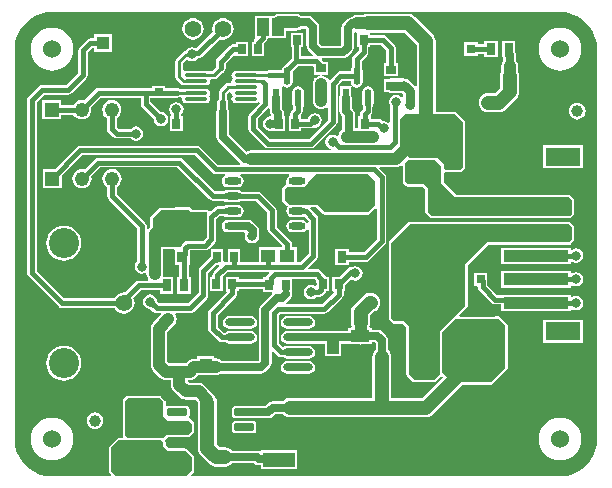
<source format=gtl>
G04*
G04 #@! TF.GenerationSoftware,Altium Limited,Altium Designer,24.10.1 (45)*
G04*
G04 Layer_Physical_Order=1*
G04 Layer_Color=255*
%FSLAX44Y44*%
%MOMM*%
G71*
G04*
G04 #@! TF.SameCoordinates,6B000D5F-9EDF-4335-955B-AE7D421AE8B7*
G04*
G04*
G04 #@! TF.FilePolarity,Positive*
G04*
G01*
G75*
%ADD16R,0.7000X0.7000*%
G04:AMPARAMS|DCode=17|XSize=1.0043mm|YSize=3.1821mm|CornerRadius=0.4369mm|HoleSize=0mm|Usage=FLASHONLY|Rotation=90.000|XOffset=0mm|YOffset=0mm|HoleType=Round|Shape=RoundedRectangle|*
%AMROUNDEDRECTD17*
21,1,1.0043,2.3084,0,0,90.0*
21,1,0.1306,3.1821,0,0,90.0*
1,1,0.8737,1.1542,0.0653*
1,1,0.8737,1.1542,-0.0653*
1,1,0.8737,-1.1542,-0.0653*
1,1,0.8737,-1.1542,0.0653*
%
%ADD17ROUNDEDRECTD17*%
G04:AMPARAMS|DCode=18|XSize=1.0043mm|YSize=0.8721mm|CornerRadius=0.4361mm|HoleSize=0mm|Usage=FLASHONLY|Rotation=90.000|XOffset=0mm|YOffset=0mm|HoleType=Round|Shape=RoundedRectangle|*
%AMROUNDEDRECTD18*
21,1,1.0043,0.0000,0,0,90.0*
21,1,0.1322,0.8721,0,0,90.0*
1,1,0.8721,0.0000,0.0661*
1,1,0.8721,0.0000,-0.0661*
1,1,0.8721,0.0000,-0.0661*
1,1,0.8721,0.0000,0.0661*
%
%ADD18ROUNDEDRECTD18*%
%ADD19R,0.8721X1.0043*%
%ADD21R,1.0121X1.2084*%
%ADD22R,1.6000X1.0000*%
%ADD23R,0.6500X0.9000*%
%ADD25R,3.0000X1.6000*%
%ADD26R,5.5000X1.0000*%
%ADD28R,0.6587X0.8121*%
%ADD30R,2.7000X1.2000*%
%ADD31R,0.9000X0.8000*%
%ADD32R,0.8000X0.9000*%
%ADD33R,1.2084X1.0121*%
%ADD37R,0.8578X0.8621*%
%ADD38R,0.7500X1.0000*%
%ADD39R,1.5500X1.5500*%
%ADD40R,0.8121X0.6587*%
%ADD41R,0.5780X1.5242*%
G04:AMPARAMS|DCode=42|XSize=1.5242mm|YSize=0.578mm|CornerRadius=0.289mm|HoleSize=0mm|Usage=FLASHONLY|Rotation=90.000|XOffset=0mm|YOffset=0mm|HoleType=Round|Shape=RoundedRectangle|*
%AMROUNDEDRECTD42*
21,1,1.5242,0.0000,0,0,90.0*
21,1,0.9463,0.5780,0,0,90.0*
1,1,0.5780,0.0000,0.4731*
1,1,0.5780,0.0000,-0.4731*
1,1,0.5780,0.0000,-0.4731*
1,1,0.5780,0.0000,0.4731*
%
%ADD42ROUNDEDRECTD42*%
%ADD43R,0.8000X0.8000*%
%ADD54C,1.0000*%
%ADD55R,1.0000X1.5240*%
%ADD56O,2.0000X0.2800*%
G04:AMPARAMS|DCode=57|XSize=0.65mm|YSize=1.65mm|CornerRadius=0.0488mm|HoleSize=0mm|Usage=FLASHONLY|Rotation=90.000|XOffset=0mm|YOffset=0mm|HoleType=Round|Shape=RoundedRectangle|*
%AMROUNDEDRECTD57*
21,1,0.6500,1.5525,0,0,90.0*
21,1,0.5525,1.6500,0,0,90.0*
1,1,0.0975,0.7763,0.2763*
1,1,0.0975,0.7763,-0.2763*
1,1,0.0975,-0.7763,-0.2763*
1,1,0.0975,-0.7763,0.2763*
%
%ADD57ROUNDEDRECTD57*%
%ADD58R,2.2000X1.1000*%
%ADD59R,1.1000X1.1000*%
%ADD60O,1.4500X0.6000*%
%ADD61O,2.5000X0.7000*%
%ADD62C,0.6500*%
%ADD63C,1.0000*%
%ADD64C,0.4000*%
%ADD65C,1.2000*%
%ADD66C,0.8000*%
%ADD67C,0.5000*%
%ADD68C,0.2540*%
%ADD69C,2.5500*%
%ADD70R,1.4000X1.4000*%
%ADD71C,1.4000*%
%ADD72R,1.2180X1.2180*%
%ADD73C,1.2180*%
%ADD74R,1.4000X1.4000*%
%ADD75C,1.5240*%
%ADD76C,0.8000*%
G36*
X469959Y396310D02*
X474796Y395149D01*
X479392Y393246D01*
X483633Y390646D01*
X487416Y387416D01*
X490646Y383633D01*
X493246Y379392D01*
X495149Y374796D01*
X496310Y369959D01*
X496691Y365125D01*
X496666Y365000D01*
Y35000D01*
X496691Y34875D01*
X496310Y30041D01*
X495149Y25204D01*
X493246Y20608D01*
X490646Y16367D01*
X487416Y12584D01*
X483633Y9354D01*
X479392Y6754D01*
X474796Y4851D01*
X469959Y3690D01*
X465125Y3309D01*
X465000Y3334D01*
X153127Y3334D01*
X152641Y4507D01*
X154692Y6558D01*
X154692Y6558D01*
X155134Y7220D01*
X155289Y8000D01*
Y19500D01*
X155134Y20280D01*
X154692Y20942D01*
X149192Y26442D01*
X148530Y26884D01*
X147750Y27039D01*
X133845D01*
X131289Y29595D01*
Y32000D01*
X131134Y32780D01*
X130692Y33442D01*
X130692Y33443D01*
X131157Y34773D01*
X133095Y36711D01*
X150750Y36711D01*
X151530Y36866D01*
X152192Y37308D01*
X154942Y40058D01*
X154942Y40058D01*
X155384Y40720D01*
X155539Y41500D01*
Y47500D01*
X155384Y48280D01*
X154942Y48942D01*
X154942Y48942D01*
X151942Y51942D01*
X151531Y52217D01*
X151427Y52363D01*
X151178Y53217D01*
X151118Y53711D01*
X151356Y54067D01*
X151549Y55037D01*
Y60563D01*
X151356Y61533D01*
X150806Y62356D01*
X149983Y62906D01*
X149012Y63099D01*
X133488D01*
X132559Y62914D01*
X132513Y62908D01*
X131289Y63613D01*
Y66094D01*
X131213Y66476D01*
X131139Y66861D01*
X131135Y66867D01*
X131134Y66874D01*
X130917Y67199D01*
X130702Y67526D01*
X127529Y70744D01*
X127206Y70963D01*
X126883Y71185D01*
X126876Y71187D01*
X126870Y71191D01*
X126486Y71270D01*
X126105Y71351D01*
X100095Y71718D01*
X100092Y71717D01*
X100088Y71718D01*
X99698Y71644D01*
X99313Y71573D01*
X99310Y71571D01*
X99306Y71571D01*
X97847Y70985D01*
X97844Y70982D01*
X97841Y70982D01*
X97511Y70765D01*
X97181Y70550D01*
X97179Y70546D01*
X97176Y70545D01*
X95318Y68713D01*
X95314Y68706D01*
X95308Y68702D01*
X95091Y68377D01*
X94872Y68054D01*
X94870Y68047D01*
X94866Y68041D01*
X94790Y67658D01*
X94711Y67275D01*
X94712Y67268D01*
X94711Y67260D01*
Y38000D01*
X94866Y37220D01*
X94973Y37059D01*
X94347Y35789D01*
X91250D01*
X90470Y35634D01*
X89808Y35192D01*
X83808Y29192D01*
X83366Y28530D01*
X83211Y27750D01*
Y7500D01*
X83211Y7500D01*
X83366Y6720D01*
X83808Y6058D01*
X83808Y6058D01*
X85359Y4507D01*
X84873Y3334D01*
X36263D01*
X36251Y3334D01*
X35000Y3334D01*
X33756Y3397D01*
X30041Y3690D01*
X25204Y4851D01*
X20608Y6754D01*
X16367Y9354D01*
X12584Y12584D01*
X9354Y16367D01*
X6754Y20608D01*
X4851Y25204D01*
X3690Y30041D01*
X3309Y34875D01*
X3334Y35000D01*
Y365000D01*
X3309Y365125D01*
X3690Y369959D01*
X4851Y374796D01*
X6754Y379392D01*
X9354Y383633D01*
X12584Y387416D01*
X16367Y390646D01*
X20608Y393246D01*
X25204Y395149D01*
X30041Y396310D01*
X34875Y396691D01*
X35000Y396666D01*
X465000Y396666D01*
X465125Y396691D01*
X469959Y396310D01*
D02*
G37*
G36*
X126077Y69312D02*
X129250Y66094D01*
Y54500D01*
X133250Y50500D01*
X150500Y50500D01*
X153500Y47500D01*
Y41500D01*
X150750Y38750D01*
X132250Y38750D01*
X129250Y35750D01*
X99000D01*
X96750Y38000D01*
Y67260D01*
X98608Y69092D01*
X100066Y69679D01*
X126077Y69312D01*
D02*
G37*
G36*
X99000Y33711D02*
X127539D01*
X129250Y32000D01*
Y28750D01*
X133000Y25000D01*
X147750D01*
X153250Y19500D01*
Y8000D01*
X148750Y3500D01*
X89250D01*
X85250Y7500D01*
Y27750D01*
X91250Y33750D01*
X98803D01*
X99000Y33711D01*
D02*
G37*
%LPC*%
G36*
X85500Y377750D02*
X70500D01*
Y374328D01*
X67500D01*
X67500Y374328D01*
X65939Y374018D01*
X64616Y373134D01*
X58366Y366884D01*
X57482Y365561D01*
X57172Y364000D01*
X57172Y364000D01*
Y344689D01*
X47061Y334578D01*
X26250D01*
X26250Y334578D01*
X24689Y334268D01*
X23366Y333384D01*
X23366Y333384D01*
X15116Y325134D01*
X14232Y323811D01*
X13922Y322250D01*
X13922Y322250D01*
Y175500D01*
X13922Y175500D01*
X14232Y173939D01*
X15116Y172616D01*
X40616Y147116D01*
X40616Y147116D01*
X41939Y146232D01*
X43500Y145922D01*
X43500Y145922D01*
X87748D01*
X87939Y145461D01*
X89381Y143581D01*
X91261Y142139D01*
X93451Y141232D01*
X95800Y140922D01*
X98150Y141232D01*
X100339Y142139D01*
X102219Y143581D01*
X103662Y145461D01*
X104569Y147651D01*
X104878Y150000D01*
X104569Y152350D01*
X103677Y154502D01*
X110096Y160922D01*
X126250D01*
Y158000D01*
X137750D01*
Y172000D01*
X129642D01*
X128865Y173270D01*
X129060Y174750D01*
Y181729D01*
X129000Y182190D01*
Y195461D01*
X137775D01*
X138983Y195310D01*
Y182689D01*
X142922D01*
Y172000D01*
X141250D01*
Y158000D01*
X152750D01*
Y172000D01*
X151078D01*
Y182689D01*
X151561D01*
Y190895D01*
X151639Y191289D01*
Y194569D01*
X164647D01*
X164647Y194569D01*
X166208Y194879D01*
X167531Y195763D01*
X172884Y201116D01*
X172884Y201116D01*
X173768Y202439D01*
X174078Y204000D01*
X174078Y204000D01*
Y221061D01*
X176939Y223922D01*
X180854D01*
X181799Y223290D01*
X183750Y222902D01*
X192250D01*
X194201Y223290D01*
X195855Y224395D01*
X196960Y226049D01*
X197348Y228000D01*
X196960Y229951D01*
X195855Y231605D01*
X194201Y232710D01*
X192250Y233098D01*
X183750D01*
X181799Y232710D01*
X180854Y232078D01*
X175250D01*
X173689Y231768D01*
X172366Y230884D01*
X172366Y230884D01*
X169192Y227710D01*
X168745Y227732D01*
X167715Y228029D01*
X167442Y228437D01*
X166780Y228879D01*
X166000Y229035D01*
X153745D01*
X153604Y229245D01*
X153381Y229579D01*
X153379Y229580D01*
X153377Y229582D01*
X152477Y230478D01*
X152475Y230480D01*
X152473Y230482D01*
X152142Y230701D01*
X151814Y230918D01*
X151811Y230919D01*
X151809Y230920D01*
X151423Y230995D01*
X151033Y231071D01*
X151031Y231071D01*
X151028Y231071D01*
X126862Y230942D01*
X126472Y230863D01*
X126088Y230785D01*
X126085Y230784D01*
X126083Y230783D01*
X125749Y230557D01*
X125427Y230341D01*
X125423Y230337D01*
X125423Y230337D01*
X125423Y230337D01*
X118804Y223683D01*
X118586Y223354D01*
X118366Y223025D01*
X118365Y223022D01*
X118364Y223020D01*
X118287Y222630D01*
X118211Y222245D01*
Y214588D01*
X116947Y213324D01*
X116598Y212870D01*
X115328Y213301D01*
Y215000D01*
X115328Y215000D01*
X115018Y216561D01*
X114134Y217884D01*
X89978Y242040D01*
Y248183D01*
X89980Y248183D01*
X91670Y249480D01*
X92966Y251170D01*
X93782Y253138D01*
X94060Y255250D01*
X93782Y257362D01*
X92966Y259330D01*
X91670Y261020D01*
X89980Y262316D01*
X88012Y263132D01*
X85900Y263410D01*
X83788Y263132D01*
X81820Y262316D01*
X80130Y261020D01*
X78833Y259330D01*
X78018Y257362D01*
X77740Y255250D01*
X78018Y253138D01*
X78833Y251170D01*
X80130Y249480D01*
X81820Y248183D01*
X81821Y248183D01*
Y240350D01*
X81821Y240350D01*
X82132Y238789D01*
X83016Y237466D01*
X107172Y213311D01*
Y185677D01*
X106642Y185323D01*
X105316Y183339D01*
X104850Y180998D01*
X105316Y178657D01*
X106642Y176672D01*
X108627Y175346D01*
X110968Y174880D01*
X113309Y175346D01*
X113820Y175687D01*
X114940Y175088D01*
Y174750D01*
X115180Y172923D01*
X115885Y171220D01*
X116554Y170348D01*
X115928Y169078D01*
X108407D01*
X108407Y169078D01*
X106846Y168768D01*
X105523Y167884D01*
X96610Y158971D01*
X95800Y159078D01*
X93451Y158768D01*
X91261Y157862D01*
X89381Y156419D01*
X87939Y154539D01*
X87748Y154079D01*
X45189D01*
X22078Y177189D01*
Y320561D01*
X27939Y326422D01*
X48750D01*
X48750Y326422D01*
X50311Y326732D01*
X51634Y327616D01*
X64134Y340116D01*
X64134Y340116D01*
X65018Y341439D01*
X65328Y343000D01*
Y362311D01*
X69189Y366172D01*
X70500D01*
Y362750D01*
X85500D01*
Y377750D01*
D02*
G37*
G36*
X179730Y391348D02*
X177381Y391038D01*
X175191Y390131D01*
X173311Y388689D01*
X171869Y386809D01*
X170962Y384619D01*
X170652Y382270D01*
X170962Y379921D01*
X171152Y379460D01*
X157286Y365594D01*
X157051D01*
X155841Y366402D01*
X153500Y366867D01*
X151159Y366402D01*
X149174Y365076D01*
X148100Y363468D01*
X146867Y363223D01*
X145785Y362500D01*
X140393Y357108D01*
X139670Y356026D01*
X139416Y354750D01*
Y341750D01*
X139670Y340474D01*
X140393Y339393D01*
X144055Y335730D01*
X145136Y335008D01*
X146412Y334754D01*
X147291D01*
X148400Y334533D01*
X165600D01*
X166927Y334797D01*
X168051Y335549D01*
X168803Y336673D01*
X169067Y338000D01*
X168988Y338396D01*
X169987Y339666D01*
X172250D01*
X173526Y339920D01*
X174608Y340643D01*
X178795Y344830D01*
X179561Y344982D01*
X180884Y345866D01*
X181768Y347189D01*
X182078Y348750D01*
Y352811D01*
X189170Y359902D01*
X190440Y359376D01*
Y358939D01*
X201027D01*
Y371060D01*
X190440D01*
Y369078D01*
X188500D01*
X188500Y369078D01*
X186939Y368768D01*
X185616Y367884D01*
X175116Y357384D01*
X174232Y356061D01*
X173922Y354500D01*
X173922Y354500D01*
Y349387D01*
X170869Y346334D01*
X166266D01*
X165600Y346467D01*
X148400D01*
X147354Y346259D01*
X146084Y346953D01*
Y353369D01*
X149142Y356427D01*
X149174Y356424D01*
X151159Y355098D01*
X153500Y354632D01*
X155841Y355098D01*
X157826Y356424D01*
X158503Y357437D01*
X158975D01*
X158975Y357437D01*
X160536Y357747D01*
X161859Y358632D01*
X176920Y373692D01*
X177381Y373502D01*
X179730Y373192D01*
X182080Y373502D01*
X184269Y374408D01*
X186149Y375851D01*
X187591Y377731D01*
X188498Y379921D01*
X188808Y382270D01*
X188498Y384619D01*
X187591Y386809D01*
X186149Y388689D01*
X184269Y390131D01*
X182080Y391038D01*
X179730Y391348D01*
D02*
G37*
G36*
X154355D02*
X152006Y391038D01*
X149816Y390131D01*
X147936Y388689D01*
X146494Y386809D01*
X145587Y384619D01*
X145277Y382270D01*
X145587Y379921D01*
X146494Y377731D01*
X147936Y375851D01*
X149816Y374408D01*
X152006Y373502D01*
X154355Y373192D01*
X156705Y373502D01*
X158894Y374408D01*
X160774Y375851D01*
X162216Y377731D01*
X163123Y379921D01*
X163433Y382270D01*
X163123Y384619D01*
X162216Y386809D01*
X160774Y388689D01*
X158894Y390131D01*
X156705Y391038D01*
X154355Y391348D01*
D02*
G37*
G36*
X412250Y372000D02*
X400750D01*
Y369078D01*
X396000D01*
Y371000D01*
X384000D01*
Y359000D01*
X396000D01*
Y360922D01*
X400750D01*
Y358000D01*
X412250D01*
Y372000D01*
D02*
G37*
G36*
X336750Y394819D02*
X302250D01*
X300162Y394544D01*
X298390Y393810D01*
X293250D01*
X291423Y393570D01*
X289720Y392864D01*
X288618Y392019D01*
X286992Y391695D01*
X285256Y390535D01*
X281491Y386771D01*
X280331Y385034D01*
X279924Y382986D01*
Y373395D01*
X279836Y372956D01*
Y368525D01*
X279164Y367853D01*
X263467D01*
X261164Y370157D01*
Y372956D01*
X261120Y373176D01*
Y383942D01*
X260713Y385991D01*
X259552Y387727D01*
X255744Y391535D01*
X254008Y392695D01*
X251959Y393103D01*
X245773D01*
X244780Y393865D01*
X243077Y394570D01*
X241250Y394810D01*
X227500D01*
X225673Y394570D01*
X223970Y393865D01*
X223325Y393370D01*
X206500D01*
Y374130D01*
X206500Y374130D01*
X206366Y372916D01*
X205732Y371968D01*
X205552Y371060D01*
X203974D01*
Y358939D01*
X214561D01*
Y369700D01*
X216384Y371523D01*
X216384Y371523D01*
X217268Y372846D01*
X217523Y374130D01*
X233000D01*
Y380690D01*
X241250D01*
X243077Y380930D01*
X244780Y381636D01*
X245773Y382397D01*
X249742D01*
X250414Y381725D01*
Y373000D01*
X250458Y372781D01*
Y367939D01*
X250474Y367860D01*
Y366939D01*
X250657D01*
X250865Y365891D01*
X252026Y364154D01*
X255928Y360252D01*
X255442Y359079D01*
X246078D01*
Y366939D01*
X247527D01*
Y379061D01*
X236939D01*
Y366939D01*
X237921D01*
Y356690D01*
X232687Y351456D01*
X232092Y351337D01*
X230475Y350257D01*
X229394Y348639D01*
X229083Y347078D01*
X218750D01*
X217189Y346768D01*
X216540Y346334D01*
X208266D01*
X207600Y346467D01*
X190400D01*
X189073Y346203D01*
X187949Y345451D01*
X187197Y344327D01*
X186933Y343000D01*
X187197Y341674D01*
X187288Y341537D01*
X187919Y340500D01*
X187288Y339463D01*
X187197Y339326D01*
X186933Y338000D01*
X187012Y337604D01*
X186012Y336334D01*
X184238D01*
X182962Y336080D01*
X181880Y335358D01*
X177143Y330620D01*
X176420Y329538D01*
X176166Y328262D01*
Y322991D01*
X175261Y321637D01*
X174912Y319881D01*
Y314083D01*
X174555Y313548D01*
X174147Y311500D01*
Y291000D01*
X174555Y288951D01*
X175715Y287215D01*
X194314Y268616D01*
X194147Y267493D01*
X194102Y267346D01*
X175172D01*
X160384Y282134D01*
X159061Y283018D01*
X157500Y283328D01*
X157500Y283328D01*
X59100D01*
X57539Y283018D01*
X56216Y282134D01*
X56216Y282134D01*
X37422Y263340D01*
X27010D01*
Y247160D01*
X43190D01*
Y257572D01*
X60789Y275172D01*
X155811D01*
X170598Y260384D01*
X171922Y259500D01*
X173482Y259189D01*
X173482Y259189D01*
X181212D01*
X181514Y257919D01*
X180145Y257005D01*
X179040Y255351D01*
X178652Y253400D01*
X179040Y251449D01*
X180145Y249795D01*
X181799Y248690D01*
X183750Y248302D01*
X192250D01*
X194201Y248690D01*
X195855Y249795D01*
X196960Y251449D01*
X197348Y253400D01*
X196960Y255351D01*
X195855Y257005D01*
X194486Y257919D01*
X194788Y259189D01*
X235712D01*
X236014Y257919D01*
X234645Y257005D01*
X233540Y255351D01*
X233152Y253400D01*
X233524Y251530D01*
X233526Y251418D01*
X232977Y250151D01*
X232915Y250098D01*
X232308Y249692D01*
X232308Y249692D01*
X230558Y247942D01*
X230116Y247280D01*
X229961Y246500D01*
Y237100D01*
X229961Y237100D01*
X230116Y236320D01*
X230558Y235658D01*
X233786Y232431D01*
X234408Y231808D01*
X233960Y230580D01*
X233540Y229951D01*
X233152Y228000D01*
X233540Y226049D01*
X234645Y224395D01*
X236299Y223290D01*
X238250Y222902D01*
X246750D01*
X248694Y223289D01*
X252172Y219811D01*
Y218472D01*
X250902Y218086D01*
X250355Y218905D01*
X248701Y220010D01*
X246750Y220398D01*
X238250D01*
X236299Y220010D01*
X234645Y218905D01*
X233540Y217251D01*
X233152Y215300D01*
X233540Y213349D01*
X234645Y211695D01*
X236299Y210590D01*
X238250Y210202D01*
X246750D01*
X248701Y210590D01*
X250355Y211695D01*
X250902Y212514D01*
X252172Y212129D01*
Y191939D01*
X245154Y184921D01*
X242310D01*
Y197311D01*
X238347D01*
Y199731D01*
X238347Y199732D01*
X238036Y201292D01*
X237152Y202615D01*
X237152Y202615D01*
X225328Y214439D01*
Y228500D01*
X225018Y230061D01*
X224134Y231384D01*
X224134Y231384D01*
X212316Y243201D01*
X210993Y244085D01*
X209433Y244396D01*
X209433Y244396D01*
X195719D01*
X194201Y245410D01*
X192250Y245798D01*
X183750D01*
X181799Y245410D01*
X180854Y244778D01*
X172739D01*
X145634Y271884D01*
X144311Y272768D01*
X142750Y273078D01*
X142750Y273078D01*
X74250D01*
X72689Y272768D01*
X71366Y271884D01*
X71366Y271884D01*
X62613Y263131D01*
X62612Y263132D01*
X60500Y263410D01*
X58388Y263132D01*
X56420Y262316D01*
X54730Y261020D01*
X53433Y259330D01*
X52618Y257362D01*
X52340Y255250D01*
X52618Y253138D01*
X53433Y251170D01*
X54730Y249480D01*
X56420Y248183D01*
X58388Y247368D01*
X60500Y247090D01*
X62612Y247368D01*
X64580Y248183D01*
X66270Y249480D01*
X67566Y251170D01*
X68382Y253138D01*
X68660Y255250D01*
X68382Y257362D01*
X68381Y257363D01*
X75939Y264922D01*
X141061D01*
X168166Y237816D01*
X168166Y237816D01*
X169489Y236932D01*
X171050Y236622D01*
X171050Y236622D01*
X180854D01*
X181799Y235990D01*
X183750Y235602D01*
X192250D01*
X194201Y235990D01*
X194573Y236239D01*
X207743D01*
X217172Y226811D01*
Y212750D01*
X217172Y212750D01*
X217482Y211189D01*
X218366Y209866D01*
X229652Y198581D01*
X229125Y197311D01*
X210189D01*
Y184921D01*
X194500D01*
Y195500D01*
X184000D01*
Y184921D01*
X182093D01*
X181270Y184758D01*
X180000Y185667D01*
Y195500D01*
X169500D01*
Y189473D01*
X169366Y189384D01*
X160366Y180384D01*
X159482Y179061D01*
X159172Y177500D01*
X159172Y177500D01*
Y158439D01*
X150561Y149828D01*
X125189D01*
X124059Y150958D01*
X124117Y151250D01*
X123652Y153591D01*
X122326Y155576D01*
X120341Y156902D01*
X118000Y157367D01*
X115659Y156902D01*
X113674Y155576D01*
X112348Y153591D01*
X111882Y151250D01*
X112348Y148909D01*
X113674Y146924D01*
X115659Y145598D01*
X118000Y145133D01*
X118292Y145190D01*
X120616Y142866D01*
X120616Y142866D01*
X121939Y141982D01*
X123500Y141672D01*
X123500Y141672D01*
X126891D01*
X127417Y140402D01*
X120508Y133492D01*
X119385Y132030D01*
X118680Y130327D01*
X118440Y128500D01*
Y97858D01*
X118680Y96030D01*
X119385Y94327D01*
X120508Y92865D01*
X126365Y87007D01*
X127828Y85885D01*
X129530Y85180D01*
X131358Y84939D01*
X135440D01*
Y81000D01*
X135680Y79173D01*
X136385Y77470D01*
X137507Y76007D01*
X143258Y70258D01*
X144720Y69135D01*
X146423Y68430D01*
X148250Y68190D01*
X156326D01*
X158470Y66045D01*
X158431Y65750D01*
Y26730D01*
X158706Y24641D01*
X159512Y22695D01*
X160794Y21024D01*
X167824Y13994D01*
X169495Y12712D01*
X171441Y11906D01*
X173529Y11631D01*
X181750D01*
X183838Y11906D01*
X185784Y12712D01*
X187456Y13994D01*
X187726Y14347D01*
X206083D01*
X206215Y14215D01*
X207952Y13055D01*
X210000Y12647D01*
X211750D01*
Y9250D01*
X242750D01*
Y25250D01*
X211750D01*
Y25056D01*
X210630Y24457D01*
X210348Y24645D01*
X208300Y25053D01*
X187726D01*
X187456Y25406D01*
X185784Y26688D01*
X183838Y27494D01*
X181750Y27769D01*
X176872D01*
X174569Y30072D01*
Y65750D01*
X174294Y67838D01*
X173488Y69784D01*
X173161Y70210D01*
X172614Y71530D01*
X171492Y72992D01*
X164242Y80242D01*
X162780Y81364D01*
X161077Y82070D01*
X159250Y82310D01*
X151174D01*
X149815Y83669D01*
X150176Y84939D01*
X151500D01*
X151959Y85000D01*
X152000D01*
Y85005D01*
X153327Y85180D01*
X155030Y85885D01*
X156492Y87007D01*
X158383Y88898D01*
X164939D01*
X165398Y88958D01*
X172061D01*
Y89190D01*
X174000D01*
X175827Y89430D01*
X177530Y90135D01*
X177827Y90364D01*
X183498D01*
X185261Y90013D01*
X203261D01*
X205023Y90364D01*
X211942D01*
X213991Y90771D01*
X215727Y91931D01*
X219535Y95739D01*
X220695Y97476D01*
X221103Y99524D01*
Y108970D01*
X222276Y109456D01*
X226118Y105614D01*
X226118Y105614D01*
X227442Y104730D01*
X229002Y104419D01*
X229002Y104419D01*
X230252D01*
X230295Y104356D01*
X232114Y103140D01*
X234260Y102713D01*
X252260D01*
X254406Y103140D01*
X256226Y104356D01*
X257441Y106175D01*
X257868Y108321D01*
X257441Y110467D01*
X256226Y112286D01*
X254406Y113502D01*
X252260Y113929D01*
X234260D01*
X232114Y113502D01*
X230729Y112576D01*
X230692D01*
X227328Y115939D01*
Y139811D01*
X228439Y140922D01*
X265500D01*
X265500Y140922D01*
X267061Y141232D01*
X268384Y142116D01*
X280651Y154383D01*
X280651Y154383D01*
X281535Y155707D01*
X281846Y157267D01*
Y159939D01*
X283061D01*
Y165561D01*
X288054Y170554D01*
X289485Y169598D01*
X291826Y169132D01*
X294167Y169598D01*
X296152Y170924D01*
X297478Y172909D01*
X297943Y175250D01*
X297478Y177591D01*
X296152Y179576D01*
X294167Y180902D01*
X291826Y181367D01*
X289485Y180902D01*
X289345Y180808D01*
X289243Y180828D01*
X288482D01*
X286922Y180518D01*
X285599Y179634D01*
X285599Y179634D01*
X278026Y172061D01*
X272474D01*
Y159939D01*
X272996D01*
X273402Y158670D01*
X263811Y149078D01*
X233496D01*
X233111Y150348D01*
X233285Y150465D01*
X237035Y154215D01*
X238195Y155951D01*
X238603Y158000D01*
X238382Y159107D01*
X238500Y159250D01*
X238500D01*
Y170672D01*
X257311D01*
X258861Y169121D01*
Y167294D01*
X258861Y167294D01*
X258940Y166900D01*
Y165101D01*
X257995Y164566D01*
X257591Y164501D01*
X256591Y165169D01*
X254250Y165635D01*
X251909Y165169D01*
X249924Y163843D01*
X248598Y161858D01*
X248132Y159517D01*
X248598Y157176D01*
X249924Y155192D01*
X251909Y153865D01*
X254250Y153400D01*
X256591Y153865D01*
X258195Y154937D01*
X260596D01*
X260596Y154937D01*
X262157Y155247D01*
X263480Y156131D01*
X265823Y158475D01*
X265823Y158475D01*
X266707Y159798D01*
X266736Y159939D01*
X269527D01*
Y172061D01*
X266769D01*
X266707Y172371D01*
X265823Y173694D01*
X261884Y177634D01*
X260561Y178518D01*
X259000Y178828D01*
X259000Y178828D01*
X252255D01*
X251769Y180002D01*
X259134Y187366D01*
X259134Y187366D01*
X260018Y188689D01*
X260328Y190250D01*
X260328Y190250D01*
Y221500D01*
X260328Y221500D01*
X260018Y223061D01*
X259134Y224384D01*
X259134Y224384D01*
X253577Y229941D01*
X254103Y231211D01*
X258905D01*
X264516Y225600D01*
X265178Y225158D01*
X265958Y225003D01*
X278944D01*
X279061Y224979D01*
X302269D01*
X302269Y224979D01*
X303049Y225135D01*
X303710Y225577D01*
X303711Y225577D01*
X308652Y230518D01*
X309922Y229992D01*
Y204189D01*
X298811Y193078D01*
X286250D01*
Y196000D01*
X274750D01*
Y182000D01*
X286250D01*
Y184921D01*
X300500D01*
X300500Y184921D01*
X302061Y185232D01*
X303384Y186116D01*
X316884Y199616D01*
X316884Y199616D01*
X317768Y200939D01*
X318078Y202500D01*
Y256500D01*
X318078Y256500D01*
X317768Y258061D01*
X316884Y259384D01*
X312234Y264034D01*
X312720Y265207D01*
X326518D01*
X328345Y265448D01*
X330048Y266153D01*
X330691Y266647D01*
X331961Y266020D01*
Y253000D01*
X331961Y253000D01*
X332116Y252220D01*
X332558Y251558D01*
X334808Y249308D01*
X334808Y249308D01*
X335470Y248866D01*
X336250Y248711D01*
X348905D01*
X351211Y246405D01*
Y227500D01*
X351211Y227500D01*
X351366Y226720D01*
X351808Y226058D01*
X351808Y226058D01*
X355308Y222558D01*
X355308Y222558D01*
X355970Y222116D01*
X356750Y221961D01*
X473250D01*
X474030Y222116D01*
X474692Y222558D01*
X476442Y224308D01*
X476884Y224970D01*
X477039Y225750D01*
Y237250D01*
X477039Y237250D01*
X476884Y238030D01*
X476442Y238692D01*
X476442Y238692D01*
X473942Y241192D01*
X473280Y241634D01*
X472500Y241789D01*
X377095D01*
X366539Y252345D01*
Y260127D01*
X367681Y260842D01*
X367809Y260848D01*
X368500Y260711D01*
X380500D01*
X380500Y260711D01*
X381280Y260866D01*
X381942Y261308D01*
X381942Y261308D01*
X384192Y263558D01*
X384634Y264219D01*
X384789Y265000D01*
X384789Y285000D01*
Y290659D01*
X384750Y290856D01*
Y291057D01*
X384712Y291250D01*
X384750Y291443D01*
Y291644D01*
X384789Y291841D01*
Y303250D01*
X384634Y304030D01*
X384192Y304692D01*
X384192Y304692D01*
X377442Y311442D01*
X376780Y311884D01*
X376000Y312039D01*
X359819D01*
Y371750D01*
X359544Y373839D01*
X358738Y375785D01*
X357455Y377456D01*
X342456Y392456D01*
X340784Y393738D01*
X338838Y394544D01*
X336750Y394819D01*
D02*
G37*
G36*
X465000Y383087D02*
X461471Y382740D01*
X458078Y381710D01*
X454951Y380039D01*
X452210Y377789D01*
X449961Y375049D01*
X448290Y371922D01*
X447260Y368529D01*
X446913Y365000D01*
X447260Y361471D01*
X448290Y358078D01*
X449961Y354951D01*
X452210Y352211D01*
X454951Y349961D01*
X458078Y348290D01*
X461471Y347261D01*
X465000Y346913D01*
X468529Y347261D01*
X471922Y348290D01*
X475048Y349961D01*
X477789Y352211D01*
X480039Y354951D01*
X481710Y358078D01*
X482739Y361471D01*
X483087Y365000D01*
X482739Y368529D01*
X481710Y371922D01*
X480039Y375049D01*
X477789Y377789D01*
X475048Y380039D01*
X471922Y381710D01*
X468529Y382740D01*
X465000Y383087D01*
D02*
G37*
G36*
X35000D02*
X31472Y382740D01*
X28079Y381710D01*
X24952Y380039D01*
X22211Y377789D01*
X19961Y375049D01*
X18290Y371922D01*
X17261Y368529D01*
X16913Y365000D01*
X17261Y361471D01*
X18290Y358078D01*
X19961Y354951D01*
X22211Y352211D01*
X24952Y349961D01*
X28079Y348290D01*
X31472Y347261D01*
X35000Y346913D01*
X38529Y347261D01*
X41922Y348290D01*
X45049Y349961D01*
X47790Y352211D01*
X50039Y354951D01*
X51711Y358078D01*
X52740Y361471D01*
X53087Y365000D01*
X52740Y368529D01*
X51711Y371922D01*
X50039Y375049D01*
X47790Y377789D01*
X45049Y380039D01*
X41922Y381710D01*
X38529Y382740D01*
X35000Y383087D01*
D02*
G37*
G36*
X130750Y334250D02*
X119750D01*
Y332078D01*
X74500D01*
X74500Y332078D01*
X72939Y331768D01*
X71616Y330884D01*
X71616Y330884D01*
X62364Y321631D01*
X62362Y321632D01*
X60250Y321910D01*
X58138Y321632D01*
X56170Y320817D01*
X54480Y319520D01*
X53184Y317830D01*
X53183Y317828D01*
X42940D01*
Y321840D01*
X26760D01*
Y305660D01*
X42940D01*
Y309672D01*
X53183D01*
X53184Y309670D01*
X54480Y307980D01*
X56170Y306684D01*
X58138Y305868D01*
X60250Y305590D01*
X62362Y305868D01*
X64330Y306684D01*
X66020Y307980D01*
X67317Y309670D01*
X68132Y311638D01*
X68410Y313750D01*
X68132Y315862D01*
X68131Y315864D01*
X76189Y323922D01*
X110172D01*
Y318750D01*
X110172Y318750D01*
X110482Y317189D01*
X111366Y315866D01*
X121191Y306042D01*
X121132Y305750D01*
X121598Y303409D01*
X122924Y301424D01*
X124909Y300098D01*
X127250Y299632D01*
X129591Y300098D01*
X131576Y301424D01*
X132902Y303409D01*
X133368Y305750D01*
X132902Y308091D01*
X131576Y310076D01*
X129591Y311402D01*
X127250Y311868D01*
X126958Y311810D01*
X118328Y320439D01*
Y323922D01*
X119750D01*
Y323250D01*
X130750D01*
Y323922D01*
X135000D01*
X135000Y323922D01*
X135001Y323922D01*
X141250D01*
X142811Y324232D01*
X143460Y324666D01*
X144013D01*
X145012Y323396D01*
X144933Y323000D01*
X145197Y321674D01*
X145949Y320549D01*
X147073Y319797D01*
X148400Y319534D01*
X165600D01*
X166927Y319797D01*
X168051Y320549D01*
X168803Y321674D01*
X169067Y323000D01*
X168803Y324327D01*
X168712Y324463D01*
X168081Y325500D01*
X168712Y326537D01*
X168803Y326673D01*
X169067Y328000D01*
X168803Y329327D01*
X168051Y330451D01*
X166927Y331203D01*
X165600Y331466D01*
X148400D01*
X147734Y331334D01*
X143460D01*
X142811Y331768D01*
X141250Y332078D01*
X135000D01*
X134999Y332078D01*
X130750D01*
Y334250D01*
D02*
G37*
G36*
X427250Y372000D02*
X415750D01*
Y358000D01*
X417147D01*
Y355023D01*
X416385Y354030D01*
X415680Y352327D01*
X415440Y350500D01*
Y345860D01*
X414706Y344089D01*
X414431Y342000D01*
Y332092D01*
X410158Y327819D01*
X404250D01*
X402162Y327544D01*
X400215Y326738D01*
X398544Y325456D01*
X397262Y323784D01*
X396456Y321838D01*
X396181Y319750D01*
X396456Y317662D01*
X397262Y315716D01*
X398544Y314044D01*
X400215Y312762D01*
X402162Y311956D01*
X404250Y311681D01*
X413500D01*
X415588Y311956D01*
X417534Y312762D01*
X419206Y314044D01*
X428206Y323044D01*
X429488Y324715D01*
X430294Y326662D01*
X430569Y328750D01*
Y342000D01*
X430294Y344089D01*
X429560Y345860D01*
Y350500D01*
X429320Y352327D01*
X428615Y354030D01*
X427853Y355023D01*
Y359846D01*
X427445Y361894D01*
X427353Y362033D01*
Y364500D01*
X427250Y365017D01*
Y372000D01*
D02*
G37*
G36*
X479750Y319560D02*
X477923Y319320D01*
X476220Y318615D01*
X474757Y317493D01*
X473635Y316030D01*
X472930Y314327D01*
X472690Y312500D01*
X472930Y310673D01*
X473635Y308970D01*
X474757Y307508D01*
X476220Y306385D01*
X477923Y305680D01*
X479750Y305440D01*
X481577Y305680D01*
X483280Y306385D01*
X484742Y307508D01*
X485864Y308970D01*
X486570Y310673D01*
X486810Y312500D01*
X486570Y314327D01*
X485864Y316030D01*
X484742Y317493D01*
X483280Y318615D01*
X481577Y319320D01*
X479750Y319560D01*
D02*
G37*
G36*
X140250Y320117D02*
X137909Y319652D01*
X135924Y318326D01*
X134598Y316341D01*
X134132Y314000D01*
X134598Y311659D01*
X135924Y309674D01*
X136154Y309520D01*
Y308060D01*
X134939D01*
Y295939D01*
X145527D01*
Y308060D01*
X144311D01*
Y309498D01*
X144576Y309674D01*
X145902Y311659D01*
X146368Y314000D01*
X145902Y316341D01*
X144576Y318326D01*
X142591Y319652D01*
X140250Y320117D01*
D02*
G37*
G36*
X85650Y321910D02*
X83538Y321632D01*
X81570Y320817D01*
X79880Y319520D01*
X78584Y317830D01*
X77768Y315862D01*
X77490Y313750D01*
X77768Y311638D01*
X78584Y309670D01*
X79880Y307980D01*
X81570Y306684D01*
X81572Y306683D01*
Y297466D01*
X81572Y297466D01*
X81882Y295905D01*
X82766Y294582D01*
X86732Y290616D01*
X86732Y290616D01*
X88055Y289732D01*
X89616Y289422D01*
X101509D01*
X101674Y289174D01*
X103659Y287848D01*
X106000Y287383D01*
X108341Y287848D01*
X110326Y289174D01*
X111652Y291159D01*
X112118Y293500D01*
X111652Y295841D01*
X110326Y297826D01*
X108341Y299152D01*
X106000Y299618D01*
X103659Y299152D01*
X101674Y297826D01*
X101509Y297578D01*
X91305D01*
X89728Y299155D01*
Y306683D01*
X89730Y306684D01*
X91420Y307980D01*
X92717Y309670D01*
X93532Y311638D01*
X93810Y313750D01*
X93532Y315862D01*
X92717Y317830D01*
X91420Y319520D01*
X89730Y320817D01*
X87762Y321632D01*
X85650Y321910D01*
D02*
G37*
G36*
X484500Y284000D02*
X450500D01*
Y264000D01*
X484500D01*
Y284000D01*
D02*
G37*
G36*
X159000Y240097D02*
X157439Y239787D01*
X156116Y238902D01*
X155232Y237579D01*
X154922Y236019D01*
Y235037D01*
X155232Y233477D01*
X156116Y232153D01*
X157439Y231269D01*
X159000Y230959D01*
X160561Y231269D01*
X161884Y232153D01*
X162768Y233477D01*
X163078Y235037D01*
Y236019D01*
X162768Y237579D01*
X161884Y238902D01*
X160561Y239787D01*
X159000Y240097D01*
D02*
G37*
G36*
X201250Y220653D02*
X188000D01*
X186719Y220398D01*
X183750D01*
X181799Y220010D01*
X180145Y218905D01*
X179040Y217251D01*
X178652Y215300D01*
X179040Y213349D01*
X180145Y211695D01*
X181799Y210590D01*
X183750Y210202D01*
X186719D01*
X188000Y209947D01*
X197828D01*
X198121Y209630D01*
X198653Y208677D01*
X198249Y206647D01*
X198715Y204306D01*
X200041Y202321D01*
X202025Y200995D01*
X204366Y200530D01*
X206708Y200995D01*
X208692Y202321D01*
X210018Y204306D01*
X210484Y206647D01*
X210338Y207384D01*
Y211565D01*
X209930Y213614D01*
X208770Y215350D01*
X205035Y219085D01*
X203299Y220245D01*
X201250Y220653D01*
D02*
G37*
G36*
X338000Y219039D02*
X337220Y218884D01*
X336558Y218442D01*
X320558Y202442D01*
X320558Y202442D01*
X320116Y201780D01*
X319961Y201000D01*
X319961Y137500D01*
X320116Y136720D01*
X320558Y136058D01*
X320558Y136058D01*
X323308Y133308D01*
X323308Y133308D01*
X323970Y132866D01*
X324750Y132711D01*
X332155D01*
X334979Y129887D01*
Y101060D01*
X335003Y100942D01*
Y89708D01*
X335003Y89708D01*
X335158Y88927D01*
X335600Y88266D01*
X340058Y83808D01*
X340720Y83366D01*
X341500Y83211D01*
X358750D01*
X358750Y83211D01*
X359530Y83366D01*
X360192Y83808D01*
X360192Y83808D01*
X364692Y88308D01*
X364692Y88308D01*
X365480Y88386D01*
X366352Y87514D01*
X348408Y69569D01*
X322319D01*
Y104250D01*
X322044Y106338D01*
X321238Y108285D01*
X319956Y109956D01*
X319603Y110226D01*
Y118424D01*
X319195Y120473D01*
X318035Y122209D01*
X314227Y126017D01*
X312491Y127177D01*
X310442Y127585D01*
X306000D01*
Y129000D01*
X304505D01*
X303657Y130270D01*
X304026Y131162D01*
X304301Y133250D01*
Y139389D01*
X307991Y143080D01*
X309035Y143512D01*
X310706Y144794D01*
X311988Y146466D01*
X312794Y148412D01*
X313069Y150500D01*
X312794Y152588D01*
X311988Y154535D01*
X310706Y156206D01*
X309035Y157488D01*
X307088Y158294D01*
X305000Y158569D01*
X304000D01*
X301912Y158294D01*
X299965Y157488D01*
X298294Y156206D01*
X290526Y148437D01*
X289244Y146766D01*
X288438Y144820D01*
X288163Y142732D01*
Y133250D01*
X288438Y131162D01*
X288807Y130270D01*
X287958Y129000D01*
X286000D01*
Y126374D01*
X253542D01*
X252260Y126629D01*
X234260D01*
X232114Y126202D01*
X230295Y124986D01*
X229079Y123167D01*
X228653Y121021D01*
X229079Y118875D01*
X230295Y117056D01*
X232114Y115840D01*
X234260Y115413D01*
X252260D01*
X253542Y115668D01*
X265939D01*
Y104977D01*
X280060D01*
Y115668D01*
X286000D01*
Y115000D01*
X295541D01*
X296000Y114940D01*
X296232D01*
X296690Y115000D01*
X306000D01*
Y116879D01*
X308225D01*
X308897Y116207D01*
Y110226D01*
X308544Y109956D01*
X307262Y108285D01*
X306456Y106338D01*
X306181Y104250D01*
Y69569D01*
X236250D01*
X234162Y69294D01*
X232215Y68488D01*
X230544Y67206D01*
X230274Y66853D01*
X221750D01*
X219701Y66445D01*
X217965Y65285D01*
X215833Y63153D01*
X197750D01*
X197478Y63099D01*
X189988D01*
X189017Y62906D01*
X188194Y62356D01*
X187644Y61533D01*
X187451Y60563D01*
Y55037D01*
X187644Y54067D01*
X188194Y53244D01*
X189017Y52694D01*
X189988Y52501D01*
X197478D01*
X197750Y52447D01*
X218050D01*
X220098Y52855D01*
X221835Y54015D01*
X223967Y56147D01*
X230274D01*
X230544Y55794D01*
X232215Y54512D01*
X234162Y53706D01*
X236250Y53431D01*
X351750D01*
X353838Y53706D01*
X355784Y54512D01*
X357456Y55794D01*
X382622Y80961D01*
X406500D01*
X407280Y81116D01*
X407942Y81558D01*
X420192Y93808D01*
X420634Y94470D01*
X420789Y95250D01*
Y131063D01*
X420787Y131073D01*
X420789Y131083D01*
X420710Y131462D01*
X420634Y131844D01*
X420628Y131852D01*
X420626Y131862D01*
X420408Y132181D01*
X420192Y132505D01*
X420183Y132511D01*
X420178Y132519D01*
X414492Y138094D01*
X414483Y138100D01*
X414478Y138108D01*
X414151Y138317D01*
X413826Y138530D01*
X413816Y138532D01*
X413808Y138537D01*
X413426Y138605D01*
X413044Y138677D01*
X413034Y138675D01*
X413024Y138677D01*
X407284Y138564D01*
X407206Y138547D01*
X407128Y138555D01*
X406963Y138539D01*
X405061D01*
X404943Y138516D01*
X391057D01*
X390940Y138539D01*
X380332D01*
X379846Y139712D01*
X386192Y146058D01*
X386634Y146720D01*
X386789Y147500D01*
Y182405D01*
X403844Y199461D01*
X472750D01*
X472750Y199461D01*
X473530Y199616D01*
X474192Y200058D01*
X474192Y200058D01*
X476442Y202308D01*
X476884Y202970D01*
X477039Y203750D01*
Y214250D01*
X477039Y214250D01*
X476884Y215030D01*
X476442Y215692D01*
X476442Y215692D01*
X473692Y218442D01*
X473030Y218884D01*
X472250Y219039D01*
X338000D01*
X338000Y219039D01*
D02*
G37*
G36*
X45000Y215621D02*
X42109Y215337D01*
X39328Y214493D01*
X36766Y213124D01*
X34520Y211280D01*
X32677Y209034D01*
X31307Y206472D01*
X30464Y203692D01*
X30179Y200800D01*
X30464Y197909D01*
X31307Y195128D01*
X32677Y192566D01*
X34520Y190320D01*
X36766Y188477D01*
X39328Y187107D01*
X42109Y186264D01*
X45000Y185979D01*
X47892Y186264D01*
X50672Y187107D01*
X53235Y188477D01*
X55480Y190320D01*
X57324Y192566D01*
X58693Y195128D01*
X59537Y197909D01*
X59822Y200800D01*
X59537Y203692D01*
X58693Y206472D01*
X57324Y209034D01*
X55480Y211280D01*
X53235Y213124D01*
X50672Y214493D01*
X47892Y215337D01*
X45000Y215621D01*
D02*
G37*
G36*
X474500Y197000D02*
X415500D01*
Y183000D01*
X474500D01*
Y184527D01*
X475620Y185125D01*
X476409Y184598D01*
X478750Y184132D01*
X481091Y184598D01*
X483076Y185924D01*
X484402Y187909D01*
X484868Y190250D01*
X484402Y192591D01*
X483076Y194576D01*
X481091Y195902D01*
X478750Y196367D01*
X476409Y195902D01*
X475620Y195375D01*
X474500Y195973D01*
Y197000D01*
D02*
G37*
G36*
Y177000D02*
X415500D01*
Y163000D01*
X474500D01*
Y164527D01*
X475620Y165125D01*
X476409Y164598D01*
X478750Y164132D01*
X481091Y164598D01*
X483076Y165924D01*
X484402Y167909D01*
X484868Y170250D01*
X484402Y172591D01*
X483076Y174576D01*
X481091Y175902D01*
X478750Y176367D01*
X476409Y175902D01*
X475620Y175375D01*
X474500Y175973D01*
Y177000D01*
D02*
G37*
G36*
X403500Y175500D02*
X392500D01*
Y164500D01*
X394511D01*
X395422Y163750D01*
X395732Y162189D01*
X396616Y160866D01*
X407366Y150116D01*
X407366Y150116D01*
X408689Y149232D01*
X410250Y148922D01*
X415500D01*
Y143000D01*
X474500D01*
Y144527D01*
X475620Y145125D01*
X476409Y144598D01*
X478750Y144132D01*
X481091Y144598D01*
X483076Y145924D01*
X484402Y147909D01*
X484868Y150250D01*
X484402Y152591D01*
X483076Y154576D01*
X481091Y155902D01*
X478750Y156368D01*
X476409Y155902D01*
X475620Y155375D01*
X474500Y155973D01*
Y157000D01*
X442393D01*
X442000Y157078D01*
X442000Y157078D01*
X411939D01*
X403578Y165439D01*
Y168500D01*
X403500Y168894D01*
Y175500D01*
D02*
G37*
G36*
X252260Y139329D02*
X234260D01*
X232114Y138902D01*
X230295Y137686D01*
X229079Y135867D01*
X228653Y133721D01*
X229079Y131575D01*
X230295Y129756D01*
X232114Y128540D01*
X234260Y128113D01*
X252260D01*
X254406Y128540D01*
X256226Y129756D01*
X257441Y131575D01*
X257868Y133721D01*
X257441Y135867D01*
X256226Y137686D01*
X254406Y138902D01*
X252260Y139329D01*
D02*
G37*
G36*
X484500Y136000D02*
X450500D01*
Y116000D01*
X484500D01*
Y136000D01*
D02*
G37*
G36*
X252260Y101229D02*
X234260D01*
X232114Y100802D01*
X230295Y99586D01*
X229079Y97767D01*
X228653Y95621D01*
X229079Y93475D01*
X230295Y91656D01*
X232114Y90440D01*
X234260Y90013D01*
X252260D01*
X254406Y90440D01*
X256226Y91656D01*
X257441Y93475D01*
X257868Y95621D01*
X257441Y97767D01*
X256226Y99586D01*
X254406Y100802D01*
X252260Y101229D01*
D02*
G37*
G36*
X296000Y96078D02*
X294439Y95768D01*
X293116Y94884D01*
X292232Y93560D01*
X291922Y92000D01*
X292232Y90439D01*
X293116Y89116D01*
X294439Y88232D01*
X296000Y87921D01*
X297561Y88232D01*
X298884Y89116D01*
X299768Y90439D01*
X300078Y92000D01*
X299768Y93560D01*
X298884Y94884D01*
X297561Y95768D01*
X296000Y96078D01*
D02*
G37*
G36*
X45000Y114022D02*
X42109Y113737D01*
X39328Y112893D01*
X36766Y111524D01*
X34520Y109680D01*
X32677Y107434D01*
X31307Y104872D01*
X30464Y102092D01*
X30179Y99200D01*
X30464Y96309D01*
X31307Y93528D01*
X32677Y90966D01*
X34520Y88720D01*
X36766Y86877D01*
X39328Y85507D01*
X42109Y84663D01*
X45000Y84379D01*
X47892Y84663D01*
X50672Y85507D01*
X53235Y86877D01*
X55480Y88720D01*
X57324Y90966D01*
X58693Y93528D01*
X59537Y96309D01*
X59822Y99200D01*
X59537Y102092D01*
X58693Y104872D01*
X57324Y107434D01*
X55480Y109680D01*
X53235Y111524D01*
X50672Y112893D01*
X47892Y113737D01*
X45000Y114022D01*
D02*
G37*
G36*
X71500Y57560D02*
X69673Y57320D01*
X67970Y56614D01*
X66508Y55492D01*
X65385Y54030D01*
X64680Y52327D01*
X64440Y50500D01*
X64680Y48673D01*
X65385Y46970D01*
X66508Y45508D01*
X67970Y44385D01*
X69673Y43680D01*
X71500Y43440D01*
X73327Y43680D01*
X75030Y44385D01*
X76493Y45508D01*
X77614Y46970D01*
X78320Y48673D01*
X78560Y50500D01*
X78320Y52327D01*
X77614Y54030D01*
X76493Y55492D01*
X75030Y56614D01*
X73327Y57320D01*
X71500Y57560D01*
D02*
G37*
G36*
X205513Y50399D02*
X189988D01*
X189017Y50206D01*
X188194Y49656D01*
X187644Y48833D01*
X187451Y47863D01*
Y42337D01*
X187644Y41367D01*
X188194Y40544D01*
X189017Y39994D01*
X189988Y39801D01*
X205513D01*
X206483Y39994D01*
X207306Y40544D01*
X207856Y41367D01*
X208049Y42337D01*
Y47863D01*
X207856Y48833D01*
X207306Y49656D01*
X206483Y50206D01*
X205513Y50399D01*
D02*
G37*
G36*
X465000Y53087D02*
X461471Y52740D01*
X458078Y51711D01*
X454951Y50039D01*
X452210Y47790D01*
X449961Y45049D01*
X448290Y41922D01*
X447260Y38529D01*
X446913Y35000D01*
X447260Y31472D01*
X448290Y28079D01*
X449961Y24952D01*
X452210Y22211D01*
X454951Y19961D01*
X458078Y18290D01*
X461471Y17261D01*
X465000Y16913D01*
X468529Y17261D01*
X471922Y18290D01*
X475048Y19961D01*
X477789Y22211D01*
X480039Y24952D01*
X481710Y28079D01*
X482739Y31472D01*
X483087Y35000D01*
X482739Y38529D01*
X481710Y41922D01*
X480039Y45049D01*
X477789Y47790D01*
X475048Y50039D01*
X471922Y51711D01*
X468529Y52740D01*
X465000Y53087D01*
D02*
G37*
G36*
X35000D02*
X31472Y52740D01*
X28079Y51711D01*
X24952Y50039D01*
X22211Y47790D01*
X19961Y45049D01*
X18290Y41922D01*
X17261Y38529D01*
X16913Y35000D01*
X17261Y31472D01*
X18290Y28079D01*
X19961Y24952D01*
X22211Y22211D01*
X24952Y19961D01*
X28079Y18290D01*
X31472Y17261D01*
X35000Y16913D01*
X38529Y17261D01*
X41922Y18290D01*
X45049Y19961D01*
X47790Y22211D01*
X50039Y24952D01*
X51711Y28079D01*
X52740Y31472D01*
X53087Y35000D01*
X52740Y38529D01*
X51711Y41922D01*
X50039Y45049D01*
X47790Y47790D01*
X45049Y50039D01*
X41922Y51711D01*
X38529Y52740D01*
X35000Y53087D01*
D02*
G37*
%LPD*%
G36*
X151939Y228137D02*
Y226995D01*
X166000D01*
Y223144D01*
X165922Y222750D01*
X165922Y222750D01*
Y205921D01*
X162726Y202726D01*
X149904D01*
X148343Y202415D01*
X147020Y201531D01*
X147020Y201531D01*
X144677Y199188D01*
X143793Y197865D01*
X143720Y197500D01*
X124750D01*
X120250Y202000D01*
Y222245D01*
X126873Y228903D01*
X151039Y229032D01*
X151939Y228137D01*
D02*
G37*
G36*
X292505Y379788D02*
X293473Y379061D01*
Y366939D01*
X294689D01*
Y364206D01*
X290116Y359634D01*
X289232Y358311D01*
X288922Y356750D01*
X288922Y356750D01*
Y349531D01*
X288394Y348741D01*
X288014Y346833D01*
Y346180D01*
X279102D01*
X279102Y346180D01*
X277541Y345870D01*
X276218Y344986D01*
X270345Y339112D01*
X270317Y339104D01*
X269061Y339625D01*
Y340526D01*
X267600D01*
X266530Y341347D01*
X264828Y342053D01*
X263682Y342203D01*
X263766Y343473D01*
X269061D01*
Y354061D01*
X264739D01*
X264708Y354218D01*
X263823Y355541D01*
X263823Y355541D01*
X263391Y355974D01*
X263877Y357147D01*
X281382D01*
X283430Y357555D01*
X285167Y358715D01*
X288974Y362523D01*
X290135Y364259D01*
X290542Y366308D01*
Y372605D01*
X290629Y373044D01*
Y379033D01*
X291899Y379867D01*
X292505Y379788D01*
D02*
G37*
G36*
X343681Y368408D02*
Y334038D01*
X342411Y333804D01*
X337889Y338326D01*
X335905Y339652D01*
X334911Y339850D01*
X334858Y339885D01*
X332517Y340351D01*
X322000D01*
X319659Y339885D01*
X319123Y339527D01*
X315939D01*
Y334519D01*
X315882Y334233D01*
X315939Y333947D01*
Y328939D01*
X319123D01*
X319659Y328581D01*
X322000Y328116D01*
X330797D01*
X332132Y326780D01*
Y324859D01*
X330863Y324474D01*
X330790Y324583D01*
X328805Y325909D01*
X326464Y326374D01*
X324123Y325909D01*
X322138Y324583D01*
X320812Y322598D01*
X320347Y320257D01*
X320812Y317916D01*
X321196Y317342D01*
X320922Y315964D01*
X320922Y315964D01*
Y303573D01*
X319652Y302894D01*
X318651Y303563D01*
X316310Y304028D01*
X315116Y303791D01*
X314272Y304634D01*
X312949Y305518D01*
X311389Y305828D01*
X311388Y305828D01*
X305061D01*
Y308060D01*
X305061D01*
X304848Y309331D01*
X305043Y309525D01*
X305043Y309525D01*
X305927Y310849D01*
X306238Y312409D01*
X306238Y312409D01*
Y315959D01*
X307106Y317259D01*
X307486Y319167D01*
Y328629D01*
X307106Y330537D01*
X306025Y332155D01*
X304408Y333236D01*
X302500Y333615D01*
X300592Y333236D01*
X298974Y332155D01*
X297894Y330537D01*
X297514Y328629D01*
Y319167D01*
X297894Y317259D01*
X298081Y316979D01*
Y314098D01*
X296883Y312901D01*
X295999Y311578D01*
X295689Y310017D01*
X295689Y310017D01*
Y308060D01*
X294474D01*
Y298000D01*
X291542D01*
Y301781D01*
X291586Y302000D01*
Y310017D01*
X291178Y312065D01*
X290018Y313802D01*
X288853Y314967D01*
Y323898D01*
X288445Y325947D01*
X288390Y326030D01*
Y333183D01*
X289154Y333649D01*
X289544Y333799D01*
X291092Y332765D01*
X293000Y332385D01*
X294908Y332765D01*
X296526Y333845D01*
X297606Y335463D01*
X297986Y337371D01*
Y346833D01*
X297606Y348741D01*
X297078Y349531D01*
Y355061D01*
X301651Y359633D01*
X302535Y360956D01*
X302845Y362517D01*
X302845Y362517D01*
Y366939D01*
X304061D01*
Y368922D01*
X313561D01*
X317922Y364561D01*
Y353061D01*
X315939D01*
Y342474D01*
X328060D01*
Y353061D01*
X326078D01*
Y366250D01*
X325768Y367811D01*
X324884Y369134D01*
X324884Y369134D01*
X318134Y375884D01*
X316811Y376768D01*
X315250Y377078D01*
X315250Y377078D01*
X304061D01*
Y378681D01*
X333408D01*
X343681Y368408D01*
D02*
G37*
G36*
X256861Y350061D02*
X256940Y349666D01*
Y343473D01*
X262235D01*
X262318Y342203D01*
X261173Y342053D01*
X259470Y341347D01*
X258400Y340526D01*
X256940D01*
Y338833D01*
X256886Y338763D01*
X256180Y337060D01*
X255940Y335233D01*
Y321000D01*
X256180Y319173D01*
X256886Y317470D01*
X258008Y316008D01*
X259470Y314886D01*
X261173Y314180D01*
X263000Y313940D01*
X264828Y314180D01*
X266530Y314886D01*
X267402Y315554D01*
X268672Y314928D01*
Y305439D01*
X252311Y289078D01*
X219439D01*
X209328Y299189D01*
Y306311D01*
X217877Y314859D01*
X219147Y314333D01*
Y312656D01*
X219555Y310607D01*
X220521Y309160D01*
X220073Y308265D01*
X219802Y308008D01*
X219500Y308069D01*
X217159Y307603D01*
X215174Y306277D01*
X213848Y304292D01*
X213382Y301951D01*
X213848Y299610D01*
X215174Y297625D01*
X217159Y296299D01*
X219500Y295833D01*
X220669Y296066D01*
X221939Y295939D01*
X221939Y295939D01*
X221940Y295939D01*
X232526D01*
Y301702D01*
X232586Y302000D01*
X232526Y302298D01*
Y308060D01*
X231696D01*
Y310813D01*
X231288Y312861D01*
X230128Y314598D01*
X229853Y314873D01*
Y323796D01*
X229445Y325845D01*
X229390Y325928D01*
Y333081D01*
X230154Y333547D01*
X230544Y333697D01*
X232092Y332662D01*
X234000Y332283D01*
X235908Y332662D01*
X237526Y333743D01*
X238606Y335361D01*
X238986Y337269D01*
Y346219D01*
X243689Y350922D01*
X256026D01*
X256861Y350061D01*
D02*
G37*
G36*
X288014Y337371D02*
X288394Y335463D01*
X289018Y334529D01*
X288165Y333519D01*
X278610D01*
Y326030D01*
X278555Y325947D01*
X278147Y323898D01*
Y312750D01*
X278555Y310702D01*
X279715Y308965D01*
X280880Y307800D01*
Y302175D01*
X280837Y301956D01*
Y297012D01*
X279508Y295992D01*
X278386Y294530D01*
X277680Y292827D01*
X277552Y291851D01*
X276192Y291250D01*
X274841Y292152D01*
X272500Y292618D01*
X270159Y292152D01*
X268174Y290826D01*
X266848Y288841D01*
X266382Y286500D01*
X266848Y284159D01*
X268174Y282174D01*
X270159Y280848D01*
X271416Y280598D01*
X271290Y279328D01*
X203250D01*
X201423Y279088D01*
X199720Y278382D01*
X199702Y278368D01*
X184853Y293217D01*
Y311500D01*
X184445Y313548D01*
X184088Y314083D01*
Y319881D01*
X183739Y321637D01*
X182834Y322991D01*
Y326881D01*
X184975Y329022D01*
X185983Y328969D01*
X186933Y328000D01*
X187197Y326673D01*
X187288Y326537D01*
X187919Y325500D01*
X187288Y324463D01*
X187197Y324327D01*
X186933Y323000D01*
X187197Y321674D01*
X187949Y320549D01*
X189073Y319797D01*
X190400Y319534D01*
X207600D01*
X208927Y319797D01*
X209560Y320221D01*
X210896Y319835D01*
X210984Y319761D01*
X211036Y319554D01*
X202366Y310884D01*
X201482Y309561D01*
X201172Y308000D01*
X201172Y308000D01*
Y297500D01*
X201172Y297500D01*
X201482Y295939D01*
X202366Y294616D01*
X214866Y282116D01*
X214866Y282116D01*
X216189Y281232D01*
X217750Y280922D01*
X254000D01*
X254000Y280922D01*
X255561Y281232D01*
X256884Y282116D01*
X275634Y300866D01*
X276518Y302189D01*
X276828Y303750D01*
X276828Y303750D01*
Y334061D01*
X280791Y338024D01*
X288014D01*
Y337371D01*
D02*
G37*
G36*
X382750Y303250D02*
Y291841D01*
X382632Y291250D01*
X382750Y290659D01*
Y285000D01*
X382750Y265000D01*
X380500Y262750D01*
X368500D01*
X366750Y264500D01*
Y268000D01*
X361750Y273000D01*
X359197D01*
X359000Y273039D01*
X337711D01*
X329508Y281242D01*
Y305758D01*
X333750Y310000D01*
X376000D01*
X382750Y303250D01*
D02*
G37*
G36*
X308250Y253250D02*
Y233000D01*
X302269Y227019D01*
X279061D01*
Y227042D01*
X265958D01*
X259750Y233250D01*
X235850D01*
X232000Y237100D01*
Y246500D01*
X233750Y248250D01*
X247750D01*
X248063Y248563D01*
X248701Y248690D01*
X250355Y249795D01*
X251460Y251449D01*
X251587Y252087D01*
X258689Y259189D01*
X302311D01*
X308250Y253250D01*
D02*
G37*
G36*
X364500Y265500D02*
Y251500D01*
X376250Y239750D01*
X472500D01*
X475000Y237250D01*
Y225750D01*
X473250Y224000D01*
X356750D01*
X353250Y227500D01*
Y247250D01*
X349750Y250750D01*
X336250D01*
X334000Y253000D01*
Y269000D01*
X336000Y271000D01*
X359000D01*
X364500Y265500D01*
D02*
G37*
G36*
X176809Y181327D02*
X171777Y176295D01*
X170893Y174972D01*
X170583Y173411D01*
X170583Y173411D01*
Y172061D01*
X168939D01*
Y159939D01*
X179526D01*
Y172061D01*
X179526Y172061D01*
X179526D01*
X180102Y173084D01*
X183783Y176765D01*
X218431D01*
X218917Y175592D01*
X217116Y173791D01*
X216232Y172468D01*
X216189Y172250D01*
X213500D01*
Y170079D01*
X193060D01*
Y172061D01*
X182473D01*
Y159940D01*
X182473D01*
X182824Y159092D01*
X168366Y144634D01*
X167482Y143311D01*
X167172Y141750D01*
X167172Y141750D01*
Y128342D01*
X167172Y128342D01*
X167482Y126781D01*
X168366Y125458D01*
X175710Y118114D01*
X175710Y118114D01*
X177033Y117230D01*
X178594Y116920D01*
X178594Y116920D01*
X181499D01*
X183115Y115840D01*
X185261Y115413D01*
X203261D01*
X205407Y115840D01*
X207226Y117056D01*
X208442Y118875D01*
X208869Y121021D01*
X208442Y123167D01*
X207226Y124986D01*
X205407Y126202D01*
X203261Y126629D01*
X185261D01*
X183115Y126202D01*
X181430Y125076D01*
X180283D01*
X175328Y130031D01*
Y140061D01*
X190651Y155383D01*
X190651Y155383D01*
X191535Y156706D01*
X191845Y158267D01*
Y159939D01*
X193060D01*
Y161922D01*
X213500D01*
Y159250D01*
X221248D01*
X221646Y158215D01*
X221660Y157980D01*
X211965Y148285D01*
X210805Y146548D01*
X210397Y144500D01*
Y101741D01*
X209725Y101069D01*
X204061D01*
X203261Y101229D01*
X185261D01*
X184460Y101069D01*
X179125D01*
X178993Y101242D01*
X177530Y102365D01*
X175827Y103070D01*
X174000Y103310D01*
X172061D01*
Y105042D01*
X157939D01*
Y103019D01*
X155458D01*
X153631Y102778D01*
X151928Y102072D01*
X150466Y100950D01*
X148575Y99060D01*
X134282D01*
X132560Y100782D01*
Y125576D01*
X138492Y131508D01*
X139614Y132970D01*
X140320Y134673D01*
X140560Y136500D01*
X140320Y138327D01*
X139614Y140030D01*
X139330Y140402D01*
X139956Y141672D01*
X152250D01*
X152250Y141672D01*
X153811Y141982D01*
X155134Y142866D01*
X166134Y153866D01*
X167018Y155189D01*
X167328Y156750D01*
X167328Y156750D01*
Y175811D01*
X174018Y182500D01*
X176323D01*
X176809Y181327D01*
D02*
G37*
%LPC*%
G36*
X243500Y333513D02*
X241592Y333134D01*
X239975Y332053D01*
X238894Y330435D01*
X238514Y328527D01*
Y319065D01*
X238894Y317157D01*
X239172Y316741D01*
Y314439D01*
X237883Y313151D01*
X236999Y311828D01*
X236689Y310267D01*
X236689Y310267D01*
Y308060D01*
X235473D01*
Y295939D01*
X246061D01*
Y297922D01*
X253667D01*
X253668Y297922D01*
X255228Y298232D01*
X256211Y298889D01*
X257500Y298632D01*
X259841Y299098D01*
X261826Y300424D01*
X263152Y302409D01*
X263617Y304750D01*
X263152Y307091D01*
X261826Y309076D01*
X259841Y310402D01*
X257500Y310868D01*
X255159Y310402D01*
X253174Y309076D01*
X251848Y307091D01*
X251647Y306078D01*
X246061D01*
Y308060D01*
X246061D01*
X245598Y309331D01*
X246134Y309866D01*
X246134Y309866D01*
X247018Y311189D01*
X247328Y312750D01*
Y315993D01*
X248106Y317157D01*
X248486Y319065D01*
Y328527D01*
X248106Y330435D01*
X247026Y332053D01*
X245408Y333134D01*
X243500Y333513D01*
D02*
G37*
G36*
X203261Y139329D02*
X185261D01*
X183115Y138902D01*
X181295Y137686D01*
X180080Y135867D01*
X179653Y133721D01*
X180080Y131575D01*
X181295Y129756D01*
X183115Y128540D01*
X185261Y128113D01*
X203261D01*
X205407Y128540D01*
X207226Y129756D01*
X208442Y131575D01*
X208869Y133721D01*
X208442Y135867D01*
X207226Y137686D01*
X205407Y138902D01*
X203261Y139329D01*
D02*
G37*
G36*
X165000Y117116D02*
X163439Y116805D01*
X162116Y115921D01*
X161232Y114598D01*
X160921Y113038D01*
X161232Y111477D01*
X162116Y110154D01*
X162177Y110093D01*
X163500Y109209D01*
X165061Y108899D01*
X166621Y109209D01*
X167944Y110093D01*
X168828Y111416D01*
X169139Y112977D01*
X168828Y114538D01*
X167944Y115861D01*
X167884Y115921D01*
X166561Y116805D01*
X165000Y117116D01*
D02*
G37*
%LPD*%
G36*
X418750Y131063D02*
Y95250D01*
X406500Y83000D01*
X373750D01*
X365289Y91461D01*
Y125155D01*
X376634Y136500D01*
X390940D01*
Y136477D01*
X405061D01*
Y136500D01*
X407061D01*
X407324Y136525D01*
X413064Y136638D01*
X418750Y131063D01*
D02*
G37*
G36*
X475000Y214250D02*
Y203750D01*
X472750Y201500D01*
X403000D01*
X384750Y183250D01*
Y147500D01*
X363250Y126000D01*
Y89750D01*
X358750Y85250D01*
X341500D01*
X337042Y89708D01*
Y101060D01*
X337019D01*
Y130731D01*
X333000Y134750D01*
X324750D01*
X322000Y137500D01*
X322000Y201000D01*
X338000Y217000D01*
X472250D01*
X475000Y214250D01*
D02*
G37*
D16*
X398000Y184000D02*
D03*
Y170000D02*
D03*
X125250Y328750D02*
D03*
Y342750D02*
D03*
D17*
X350900Y179900D02*
D03*
D18*
X373800Y114000D02*
D03*
X350900D02*
D03*
D19*
X328000D02*
D03*
D21*
X159000Y235037D02*
D03*
Y219000D02*
D03*
X165000Y97000D02*
D03*
Y113038D02*
D03*
X398000Y128482D02*
D03*
Y144518D02*
D03*
X273000Y113019D02*
D03*
Y96981D02*
D03*
X272000Y235037D02*
D03*
Y219000D02*
D03*
D22*
X136000Y214000D02*
D03*
Y244000D02*
D03*
X296000Y122000D02*
D03*
Y92000D02*
D03*
X142000Y122000D02*
D03*
Y92000D02*
D03*
X295000Y244000D02*
D03*
Y214000D02*
D03*
D23*
X218750Y165750D02*
D03*
X233250D02*
D03*
X174750Y189000D02*
D03*
X189250D02*
D03*
D25*
X467500Y274000D02*
D03*
Y126000D02*
D03*
D26*
X445000Y250000D02*
D03*
Y230000D02*
D03*
Y210000D02*
D03*
Y190000D02*
D03*
Y170000D02*
D03*
Y150000D02*
D03*
D28*
X195733Y365000D02*
D03*
X209267D02*
D03*
X153767Y302000D02*
D03*
X140233D02*
D03*
X285233Y373000D02*
D03*
X298767D02*
D03*
X255767D02*
D03*
X242233D02*
D03*
X286233Y302000D02*
D03*
X299767D02*
D03*
X227233D02*
D03*
X240767D02*
D03*
X264233Y166000D02*
D03*
X277767D02*
D03*
X174233D02*
D03*
X187767D02*
D03*
D30*
X227250Y43250D02*
D03*
Y17250D02*
D03*
X112250Y17000D02*
D03*
Y43000D02*
D03*
D31*
X376250Y256500D02*
D03*
Y271500D02*
D03*
D32*
X359750Y236000D02*
D03*
X344750D02*
D03*
D33*
X345037Y94000D02*
D03*
X329000D02*
D03*
X218231Y190250D02*
D03*
X234268D02*
D03*
D37*
X145272Y189000D02*
D03*
X133228D02*
D03*
D38*
X147000Y165000D02*
D03*
X132000D02*
D03*
X265500Y189000D02*
D03*
X280500D02*
D03*
X421500Y365000D02*
D03*
X406500D02*
D03*
D39*
X351750Y280759D02*
D03*
Y263241D02*
D03*
D40*
X263000Y335233D02*
D03*
Y348767D02*
D03*
X322000Y334233D02*
D03*
Y347767D02*
D03*
D41*
X224500Y323796D02*
D03*
X283500Y323898D02*
D03*
D42*
X243500Y323796D02*
D03*
X234000Y342000D02*
D03*
X302500Y323898D02*
D03*
X293000Y342102D02*
D03*
D43*
X375000Y365000D02*
D03*
X390000D02*
D03*
D54*
X479750Y312500D02*
D03*
X71500Y50500D02*
D03*
D55*
X201000Y383750D02*
D03*
X213500D02*
D03*
X226000D02*
D03*
D56*
X199000Y323000D02*
D03*
Y328000D02*
D03*
Y333000D02*
D03*
Y338000D02*
D03*
Y343000D02*
D03*
X157000Y323000D02*
D03*
Y328000D02*
D03*
Y333000D02*
D03*
Y338000D02*
D03*
Y343000D02*
D03*
D57*
X197750Y19700D02*
D03*
Y32400D02*
D03*
Y45100D02*
D03*
Y57800D02*
D03*
X141250Y19700D02*
D03*
Y32400D02*
D03*
Y45100D02*
D03*
Y57800D02*
D03*
D58*
X93000Y355250D02*
D03*
Y385250D02*
D03*
D59*
X78000Y370250D02*
D03*
X108000D02*
D03*
D60*
X188000Y253400D02*
D03*
Y240700D02*
D03*
Y228000D02*
D03*
Y215300D02*
D03*
X242500Y253400D02*
D03*
Y240700D02*
D03*
Y228000D02*
D03*
Y215300D02*
D03*
D61*
X243260Y95621D02*
D03*
Y108321D02*
D03*
Y121021D02*
D03*
Y133721D02*
D03*
X194261Y95621D02*
D03*
Y108321D02*
D03*
Y121021D02*
D03*
Y133721D02*
D03*
D62*
X251959Y387750D02*
X255767Y383942D01*
Y373000D02*
Y383942D01*
X241250Y387750D02*
X251959D01*
X194356Y95716D02*
X211942D01*
X215750Y99524D01*
Y144500D01*
X225500Y154250D01*
X194261Y95621D02*
X194356Y95716D01*
X181750Y19700D02*
X197750D01*
X208300D01*
X225500Y154250D02*
X229500D01*
X233250Y158000D01*
X296232Y122232D02*
X310442D01*
X314250Y104250D02*
Y118424D01*
X310442Y122232D02*
X314250Y118424D01*
X273229Y113248D02*
Y121021D01*
X243260D02*
X273229D01*
X295021D01*
X296000Y122000D01*
X219500Y301951D02*
X219524Y301975D01*
X227208D01*
X227233Y302000D01*
X286189Y293095D02*
Y301956D01*
X284500Y291000D02*
Y291406D01*
X286189Y293095D01*
Y301956D02*
X286233Y302000D01*
X421500Y365000D02*
X422000Y364500D01*
Y360346D02*
X422500Y359846D01*
X422000Y360346D02*
Y364500D01*
X422500Y350500D02*
Y359846D01*
X255811Y367939D02*
Y372956D01*
Y367939D02*
X261250Y362500D01*
X281382D01*
X285233Y373000D02*
X285276Y373044D01*
X285189Y372956D02*
X285233Y373000D01*
X281382Y362500D02*
X285189Y366308D01*
Y372956D01*
X179500Y291000D02*
Y311500D01*
Y291000D02*
X198232Y272268D01*
X203250D01*
X285276Y373044D02*
Y382986D01*
X289041Y386750D01*
X293250D01*
X174000Y96250D02*
X174534Y95716D01*
X194165D02*
X194261Y95621D01*
X174534Y95716D02*
X194165D01*
X226500Y18000D02*
X227250Y17250D01*
X210000Y18000D02*
X226500D01*
X208300Y19700D02*
X210000Y18000D01*
X197750Y57800D02*
X218050D01*
X221750Y61500D01*
X236250D01*
X286233Y302000D02*
Y310017D01*
X204985Y207265D02*
Y211565D01*
X201250Y215300D02*
X204985Y211565D01*
X188000Y215300D02*
X201250D01*
X224500Y312656D02*
Y323796D01*
X226343Y302890D02*
Y310813D01*
X224500Y312656D02*
X226343Y310813D01*
X283500Y312750D02*
Y323898D01*
Y312750D02*
X286233Y310017D01*
D63*
X227500Y387750D02*
X241250D01*
X326518Y272268D02*
X333898Y279648D01*
X203250Y272268D02*
X326518D01*
X333898Y279648D02*
X350639D01*
X351750Y280759D01*
X286294Y290939D02*
X306439D01*
X306500Y291000D01*
X142500Y81000D02*
Y92000D01*
X125500Y97858D02*
Y128500D01*
X131358Y92000D02*
X142000D01*
X125500Y97858D02*
X131358Y92000D01*
X125500Y128500D02*
X133500Y136500D01*
X121939Y181790D02*
X122000Y181729D01*
Y174750D02*
Y181729D01*
X121939Y181790D02*
Y208332D01*
X127608Y214000D01*
X136000D01*
X148250Y75250D02*
X159250D01*
X166500Y65750D02*
Y68000D01*
X159250Y75250D02*
X166500Y68000D01*
X142500Y92000D02*
X151500D01*
X142500Y81000D02*
X148250Y75250D01*
X142000Y92000D02*
X142500D01*
X286233Y291000D02*
X286294Y290939D01*
X284500Y291000D02*
X286233D01*
X296232Y122232D02*
Y133250D01*
X165061Y96250D02*
X174000D01*
X165000Y96311D02*
X165061Y96250D01*
X165000Y96311D02*
Y97000D01*
X155458Y95958D02*
X164939D01*
X151500Y92000D02*
X155458Y95958D01*
X164939D02*
X165000Y96019D01*
X422500Y342000D02*
Y350500D01*
X296232Y122000D02*
Y122232D01*
X296000Y122000D02*
X296232D01*
X293250Y386750D02*
X302250D01*
X263000Y321000D02*
Y335233D01*
D64*
X223250Y114250D02*
X229002Y108498D01*
X223250Y141500D02*
X226750Y145000D01*
X223250Y114250D02*
Y141500D01*
X233178Y343000D02*
X234000Y342178D01*
Y342000D02*
Y342178D01*
X218750Y343000D02*
X233178D01*
X311389Y301750D02*
X315228Y297911D01*
X325699Y316663D02*
Y319492D01*
X325000Y286142D02*
Y315964D01*
X325699Y319492D02*
X326464Y320257D01*
X315228Y297911D02*
X316310D01*
X325000Y315964D02*
X325699Y316663D01*
X301061Y301750D02*
X311389D01*
X320797Y281939D02*
X325000Y286142D01*
X278143Y281939D02*
X320797D01*
X123500Y145750D02*
X152250D01*
X118000Y151250D02*
X123500Y145750D01*
X111250Y181280D02*
Y215000D01*
X110968Y180998D02*
X111250Y181280D01*
X85900Y240350D02*
X111250Y215000D01*
X85900Y240350D02*
Y255250D01*
X108407Y165000D02*
X132000D01*
X95742Y152336D02*
X108407Y165000D01*
X226750Y145000D02*
X265500D01*
X277767Y157267D01*
X114250Y328000D02*
X135000D01*
X254250Y159517D02*
X254752Y159015D01*
X260596D01*
X277767Y157267D02*
Y166000D01*
X246843Y180843D02*
X256250Y190250D01*
X223843Y174750D02*
X259000D01*
X218231Y180843D02*
X246843D01*
X217750Y285000D02*
X254000D01*
X205250Y297500D02*
X217750Y285000D01*
X205250Y297500D02*
Y308000D01*
X254000Y285000D02*
X272750Y303750D01*
Y335750D01*
X253668Y302000D02*
X256418Y304750D01*
X257500D01*
X240767Y302000D02*
X253668D01*
X272750Y113268D02*
X273000Y113019D01*
X173482Y263268D02*
X307250D01*
X314000Y202500D02*
Y256500D01*
X307250Y263250D02*
X314000Y256500D01*
X273582Y286500D02*
X278143Y281939D01*
X272500Y286500D02*
X273582D01*
X258596Y355000D02*
X260940Y352657D01*
Y350061D02*
X262233Y348767D01*
X242000Y355000D02*
X258596D01*
X260940Y350061D02*
Y352657D01*
X226000Y386250D02*
X227500Y387750D01*
X300500Y189000D02*
X314000Y202500D01*
X157500Y279250D02*
X173482Y263268D01*
X204366Y206647D02*
X204985Y207265D01*
X170000Y204000D02*
Y222750D01*
X164647Y198647D02*
X170000Y204000D01*
Y222750D02*
X175250Y228000D01*
X149904Y198647D02*
X164647D01*
X147561Y191289D02*
Y196304D01*
X145272Y189000D02*
X147561Y191289D01*
Y196304D02*
X149904Y198647D01*
X229002Y108498D02*
X243083D01*
X243260Y108321D01*
X89616Y293500D02*
X106000D01*
X85650Y297466D02*
X89616Y293500D01*
X218231Y180843D02*
Y190250D01*
X220000Y170907D02*
X223843Y174750D01*
X218750Y165750D02*
X220000Y167000D01*
X262940Y167294D02*
X264233Y166000D01*
X220000Y167000D02*
Y170907D01*
X259000Y174750D02*
X262940Y170811D01*
Y167294D02*
Y170811D01*
X277750Y166750D02*
X279061Y168061D01*
X279793D01*
X288482Y176750D01*
X289243D01*
X174233Y166000D02*
X174661Y166429D01*
Y173411D01*
X182093Y180843D01*
X189250D01*
X147000Y165000D02*
Y187272D01*
X145272Y189000D02*
X147000Y187272D01*
X256250Y190250D02*
Y221500D01*
X399500Y163750D02*
Y168500D01*
Y163750D02*
X410250Y153000D01*
X398000Y170000D02*
X399500Y168500D01*
X410250Y153000D02*
X442000D01*
X445000Y150000D01*
X478625Y150125D02*
X478750Y150250D01*
X445000Y150000D02*
X445125Y150125D01*
X478625D01*
X299767Y301233D02*
X300544D01*
X301061Y301750D01*
X35100Y255250D02*
X59100Y279250D01*
X157500D01*
X74250Y269000D02*
X142750D01*
X171050Y240700D02*
X188000D01*
X142750Y269000D02*
X171050Y240700D01*
X60500Y255250D02*
X74250Y269000D01*
X85650Y297466D02*
Y313750D01*
X242000Y355000D02*
Y372767D01*
X242233Y373000D01*
X234000Y342000D02*
Y347001D01*
X262233Y348767D02*
X263000D01*
X234000Y347001D02*
X242000Y355000D01*
X226000Y383750D02*
Y386250D01*
X272750Y335750D02*
X279102Y342102D01*
X262750Y320750D02*
X263000Y321000D01*
X279102Y342102D02*
X293000D01*
X376000Y271749D02*
X376250Y271500D01*
X175250Y228000D02*
X188000D01*
X262940Y164707D02*
X264233Y166000D01*
X262940Y161359D02*
Y164707D01*
X260596Y159015D02*
X262940Y161359D01*
X172250Y186500D02*
X173500D01*
X163250Y156750D02*
Y177500D01*
X173500Y186500D02*
X174750Y187750D01*
X163250Y177500D02*
X172250Y186500D01*
X174750Y187750D02*
Y189000D01*
X152250Y145750D02*
X163250Y156750D01*
X299767Y301233D02*
Y310017D01*
X114250Y318750D02*
X127250Y305750D01*
X213452Y337548D02*
X215750Y335250D01*
X205250Y308000D02*
X215750Y318500D01*
Y335250D01*
X299767Y310017D02*
X302159Y312409D01*
Y323558D02*
X302500Y323898D01*
X302159Y312409D02*
Y323558D01*
X240767Y310267D02*
X243250Y312750D01*
X240767Y302000D02*
Y310267D01*
X243250Y312750D02*
Y323546D01*
X243500Y323796D01*
X187767Y166000D02*
X218500D01*
X189250Y180843D02*
X218231D01*
X171250Y141750D02*
X187767Y158267D01*
Y166000D01*
X171250Y128342D02*
Y141750D01*
X61250Y343000D02*
Y364000D01*
X67500Y370250D01*
X48750Y330500D02*
X61250Y343000D01*
X67500Y370250D02*
X78000D01*
X26250Y330500D02*
X48750D01*
X18000Y322250D02*
X26250Y330500D01*
X18000Y175500D02*
Y322250D01*
X188000Y240317D02*
X209433D01*
X158975Y361515D02*
X179730Y382270D01*
X153500Y360750D02*
X154265Y361515D01*
X158975D01*
X165000Y113038D02*
X165061Y112977D01*
X227233Y302000D02*
X227233Y302000D01*
X226343Y302890D02*
X227233Y302000D01*
X293000Y356750D02*
X298767Y362517D01*
X293000Y342102D02*
Y356750D01*
X298767Y362517D02*
Y373000D01*
X213500Y374407D02*
Y384500D01*
X209500Y370407D02*
X213500Y374407D01*
X209500Y365233D02*
Y370407D01*
X209267Y365000D02*
X209500Y365233D01*
X95742Y150139D02*
X95800Y150000D01*
X43500D02*
X95800D01*
X95742Y150139D02*
Y152336D01*
X18000Y175500D02*
X43500Y150000D01*
X283500Y323898D02*
X283500Y323898D01*
X209433Y240317D02*
X221250Y228500D01*
Y212750D02*
X234268Y199732D01*
X221250Y212750D02*
Y228500D01*
X135000Y328000D02*
X141250D01*
X135000Y328000D02*
X135000Y328000D01*
X140233Y302000D02*
Y313983D01*
X140250Y314000D01*
X178000Y348750D02*
Y354500D01*
X188500Y365000D02*
X195733D01*
X178000Y354500D02*
X188500Y365000D01*
X296000Y92000D02*
X296000Y92000D01*
X114250Y318750D02*
Y328000D01*
X159000Y235037D02*
Y236019D01*
X445125Y190125D02*
X478625D01*
X445000Y190000D02*
X445125Y190125D01*
X478625D02*
X478750Y190250D01*
X445125Y170125D02*
X478625D01*
X478750Y170250D01*
X445000Y170000D02*
X445125Y170125D01*
X74500Y328000D02*
X114250D01*
X34850Y313750D02*
X60250D01*
X242500Y228000D02*
X242883Y227617D01*
X250133D01*
X256250Y221500D01*
X280500Y189000D02*
X300500D01*
X171250Y128342D02*
X178594Y120998D01*
X194238D01*
X194261Y121021D01*
X390000Y365000D02*
X406500D01*
X60250Y313750D02*
X74500Y328000D01*
X315250Y373000D02*
X322000Y366250D01*
X298767Y373000D02*
X315250D01*
X322000Y347767D02*
Y366250D01*
X234268Y189250D02*
Y199732D01*
X189250Y180843D02*
Y189000D01*
D65*
X351750Y280759D02*
Y371750D01*
X336750Y386750D02*
X351750Y371750D01*
X356750Y280500D02*
X373000D01*
X376000Y271749D02*
Y277500D01*
X373000Y280500D02*
X376000Y277500D01*
X173529Y19700D02*
X181750D01*
X166500Y26730D02*
X173529Y19700D01*
X166500Y26730D02*
Y65750D01*
X422500Y328750D02*
Y342000D01*
X413500Y319750D02*
X422500Y328750D01*
X404250Y319750D02*
X413500D01*
X304000Y150500D02*
X305000D01*
X296232Y142732D02*
X304000Y150500D01*
X296232Y133250D02*
Y142732D01*
X314250Y61500D02*
Y104250D01*
X236250Y61500D02*
X314250D01*
X351750D01*
X380500Y90250D01*
X302250Y386750D02*
X336750D01*
D66*
X338250Y318000D02*
Y329314D01*
X333564Y334000D02*
X338250Y329314D01*
X332750Y334000D02*
X333564D01*
X322000Y334233D02*
X332517D01*
D67*
X233250Y158000D02*
Y165750D01*
X179500Y311500D02*
Y319881D01*
D68*
Y328262D01*
X184238Y333000D01*
X199000D01*
X142750Y354750D02*
X148142Y360143D01*
X142750Y341750D02*
Y354750D01*
X152893Y360143D02*
X153500Y360750D01*
X148142Y360143D02*
X152893D01*
X213000Y338000D02*
X213452Y337548D01*
X199000Y338000D02*
X213000D01*
X199000Y343000D02*
X218750D01*
X146412Y338088D02*
X156912D01*
X142750Y341750D02*
X146412Y338088D01*
X141250Y328000D02*
X157000D01*
X156912Y338088D02*
X157000Y338000D01*
X172250Y343000D02*
X178000Y348750D01*
X157000Y343000D02*
X172250D01*
X157000Y328000D02*
X157000Y328000D01*
D69*
X45000Y99200D02*
D03*
Y200800D02*
D03*
D70*
X95800Y124600D02*
D03*
D71*
Y150000D02*
D03*
X179730Y382270D02*
D03*
X154355D02*
D03*
D72*
X34850Y313750D02*
D03*
X35100Y255250D02*
D03*
D73*
X60250Y313750D02*
D03*
X85650D02*
D03*
X60500Y255250D02*
D03*
X85900D02*
D03*
D74*
X128980Y382270D02*
D03*
D75*
X35000Y35000D02*
D03*
X465000Y365000D02*
D03*
X35000D02*
D03*
X465000Y35000D02*
D03*
D76*
X197750Y148250D02*
D03*
X274750Y134750D02*
D03*
X292750Y75750D02*
D03*
X277500Y75500D02*
D03*
X245000Y75250D02*
D03*
X14250Y89750D02*
D03*
Y74750D02*
D03*
Y59750D02*
D03*
X15000Y148500D02*
D03*
Y133500D02*
D03*
Y118500D02*
D03*
X363750Y382500D02*
D03*
X378750D02*
D03*
X393750D02*
D03*
X408750D02*
D03*
X423750D02*
D03*
X338750Y266500D02*
D03*
X316310Y297911D02*
D03*
X326464Y320257D02*
D03*
X338250Y318000D02*
D03*
X306500Y291000D02*
D03*
X158000Y138750D02*
D03*
X227000Y75250D02*
D03*
X262500Y75500D02*
D03*
X102245Y316872D02*
D03*
X100000Y339500D02*
D03*
X86250Y339250D02*
D03*
X73000Y338750D02*
D03*
X115250Y303500D02*
D03*
X117000Y236250D02*
D03*
X116250Y252500D02*
D03*
X162500Y261500D02*
D03*
X166250Y287750D02*
D03*
X177000Y275750D02*
D03*
X88500Y67750D02*
D03*
X96500Y173000D02*
D03*
X41250Y175000D02*
D03*
X31506Y296991D02*
D03*
X48750Y294000D02*
D03*
X68250Y296000D02*
D03*
X221000Y361750D02*
D03*
X329250Y373000D02*
D03*
X270750Y387750D02*
D03*
X438000Y355000D02*
D03*
Y382500D02*
D03*
X368050Y333091D02*
D03*
X392250Y247500D02*
D03*
X393000Y304250D02*
D03*
X388750Y291250D02*
D03*
X429500Y90000D02*
D03*
X390250Y74750D02*
D03*
X405250D02*
D03*
X112500Y90000D02*
D03*
X133500Y136500D02*
D03*
X122000Y174750D02*
D03*
X118000Y151250D02*
D03*
X110968Y180998D02*
D03*
X180000Y75000D02*
D03*
X254250Y159517D02*
D03*
X191000Y303750D02*
D03*
X335750Y359750D02*
D03*
X308750Y351750D02*
D03*
X280010Y351333D02*
D03*
X247750Y341000D02*
D03*
X249000Y293250D02*
D03*
X293000Y320250D02*
D03*
X313500Y320500D02*
D03*
X472500Y330000D02*
D03*
X457500D02*
D03*
X450000Y315000D02*
D03*
X457500Y300000D02*
D03*
X442500Y330000D02*
D03*
X435000Y315000D02*
D03*
X442500Y300000D02*
D03*
X435000Y285000D02*
D03*
Y105000D02*
D03*
Y75000D02*
D03*
Y15000D02*
D03*
X427500Y300000D02*
D03*
X420000Y285000D02*
D03*
X427500Y270000D02*
D03*
X420000Y75000D02*
D03*
X427500Y60000D02*
D03*
X420000Y15000D02*
D03*
X412500Y300000D02*
D03*
X405000Y285000D02*
D03*
X412500Y270000D02*
D03*
X405000Y255000D02*
D03*
Y15000D02*
D03*
X390000Y345000D02*
D03*
X397500Y270000D02*
D03*
X390000Y15000D02*
D03*
X375000Y345000D02*
D03*
Y15000D02*
D03*
X360000D02*
D03*
X345000D02*
D03*
X330000D02*
D03*
X315000D02*
D03*
X300000D02*
D03*
X285000D02*
D03*
X270000D02*
D03*
X255000D02*
D03*
X210000Y75000D02*
D03*
X195000D02*
D03*
X127500Y360000D02*
D03*
X105000Y105000D02*
D03*
X90000Y195000D02*
D03*
Y105000D02*
D03*
X97500Y90000D02*
D03*
X75000Y225000D02*
D03*
X82500Y210000D02*
D03*
X75000Y195000D02*
D03*
X82500Y180000D02*
D03*
X75000Y165000D02*
D03*
Y135000D02*
D03*
Y105000D02*
D03*
X82500Y90000D02*
D03*
X75000Y75000D02*
D03*
X60000Y225000D02*
D03*
X67500Y180000D02*
D03*
X60000Y165000D02*
D03*
Y135000D02*
D03*
X67500Y120000D02*
D03*
X60000Y75000D02*
D03*
X67500Y30000D02*
D03*
X60000Y15000D02*
D03*
X45000Y135000D02*
D03*
X52500Y60000D02*
D03*
X30000Y75000D02*
D03*
X15000Y345000D02*
D03*
Y105000D02*
D03*
X219500Y301951D02*
D03*
X284500Y291000D02*
D03*
X272500Y286500D02*
D03*
X272383Y204633D02*
D03*
X404250Y319750D02*
D03*
X278668Y255268D02*
D03*
X204366Y206647D02*
D03*
X106000Y293500D02*
D03*
X159250Y206647D02*
D03*
X150000D02*
D03*
X478750Y150250D02*
D03*
X291826Y175250D02*
D03*
X305000Y150500D02*
D03*
X327250Y148000D02*
D03*
X391500Y90250D02*
D03*
X380500D02*
D03*
X402580Y90500D02*
D03*
X402500Y101250D02*
D03*
X327250Y158000D02*
D03*
X356080Y94000D02*
D03*
X345000Y104750D02*
D03*
X327250Y178250D02*
D03*
Y168250D02*
D03*
X112129Y64503D02*
D03*
X257500Y304750D02*
D03*
X262750Y320750D02*
D03*
X332750Y334000D02*
D03*
X380420Y101000D02*
D03*
X391500Y101250D02*
D03*
X356000Y104750D02*
D03*
X127250Y305750D02*
D03*
X397750Y210000D02*
D03*
X408250D02*
D03*
X338750Y255000D02*
D03*
X377750Y172000D02*
D03*
Y162000D02*
D03*
Y151750D02*
D03*
X371000Y231500D02*
D03*
X383000D02*
D03*
X394750D02*
D03*
X407500Y231750D02*
D03*
X327250Y188000D02*
D03*
X122500Y64500D02*
D03*
X102250D02*
D03*
X91500Y10000D02*
D03*
Y20000D02*
D03*
X122500Y29000D02*
D03*
X102250D02*
D03*
X112250D02*
D03*
Y54500D02*
D03*
X102250D02*
D03*
X122500D02*
D03*
X153500Y360750D02*
D03*
X140250Y314000D02*
D03*
X478750Y170250D02*
D03*
Y190250D02*
D03*
M02*

</source>
